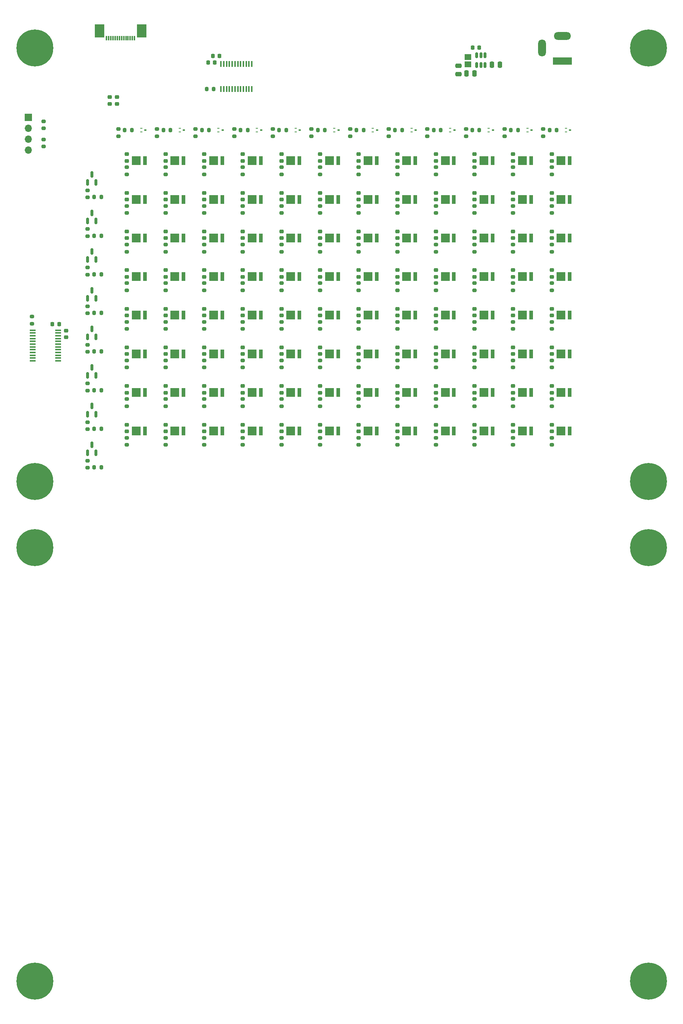
<source format=gts>
%TF.GenerationSoftware,KiCad,Pcbnew,(6.0.5)*%
%TF.CreationDate,2022-11-15T17:21:09-05:00*%
%TF.ProjectId,OPSpec_v0.1.0-rounded,4f505370-6563-45f7-9630-2e312e302d72,rev?*%
%TF.SameCoordinates,Original*%
%TF.FileFunction,Soldermask,Top*%
%TF.FilePolarity,Negative*%
%FSLAX46Y46*%
G04 Gerber Fmt 4.6, Leading zero omitted, Abs format (unit mm)*
G04 Created by KiCad (PCBNEW (6.0.5)) date 2022-11-15 17:21:09*
%MOMM*%
%LPD*%
G01*
G04 APERTURE LIST*
G04 Aperture macros list*
%AMRoundRect*
0 Rectangle with rounded corners*
0 $1 Rounding radius*
0 $2 $3 $4 $5 $6 $7 $8 $9 X,Y pos of 4 corners*
0 Add a 4 corners polygon primitive as box body*
4,1,4,$2,$3,$4,$5,$6,$7,$8,$9,$2,$3,0*
0 Add four circle primitives for the rounded corners*
1,1,$1+$1,$2,$3*
1,1,$1+$1,$4,$5*
1,1,$1+$1,$6,$7*
1,1,$1+$1,$8,$9*
0 Add four rect primitives between the rounded corners*
20,1,$1+$1,$2,$3,$4,$5,0*
20,1,$1+$1,$4,$5,$6,$7,0*
20,1,$1+$1,$6,$7,$8,$9,0*
20,1,$1+$1,$8,$9,$2,$3,0*%
G04 Aperture macros list end*
%ADD10R,2.120000X2.100000*%
%ADD11R,0.920000X2.100000*%
%ADD12R,0.520000X0.270000*%
%ADD13R,0.520000X0.360000*%
%ADD14RoundRect,0.225000X0.250000X-0.225000X0.250000X0.225000X-0.250000X0.225000X-0.250000X-0.225000X0*%
%ADD15RoundRect,0.200000X-0.275000X0.200000X-0.275000X-0.200000X0.275000X-0.200000X0.275000X0.200000X0*%
%ADD16RoundRect,0.250000X0.250000X0.475000X-0.250000X0.475000X-0.250000X-0.475000X0.250000X-0.475000X0*%
%ADD17RoundRect,0.200000X0.200000X0.275000X-0.200000X0.275000X-0.200000X-0.275000X0.200000X-0.275000X0*%
%ADD18C,8.600000*%
%ADD19RoundRect,0.200000X0.275000X-0.200000X0.275000X0.200000X-0.275000X0.200000X-0.275000X-0.200000X0*%
%ADD20RoundRect,0.225000X0.225000X0.250000X-0.225000X0.250000X-0.225000X-0.250000X0.225000X-0.250000X0*%
%ADD21RoundRect,0.250000X-0.475000X0.250000X-0.475000X-0.250000X0.475000X-0.250000X0.475000X0.250000X0*%
%ADD22R,4.400000X1.800000*%
%ADD23O,4.000000X1.800000*%
%ADD24O,1.800000X4.000000*%
%ADD25R,1.475000X0.450000*%
%ADD26RoundRect,0.225000X-0.250000X0.225000X-0.250000X-0.225000X0.250000X-0.225000X0.250000X0.225000X0*%
%ADD27RoundRect,0.150000X0.150000X-0.587500X0.150000X0.587500X-0.150000X0.587500X-0.150000X-0.587500X0*%
%ADD28R,1.650000X1.450000*%
%ADD29RoundRect,0.225000X-0.225000X-0.250000X0.225000X-0.250000X0.225000X0.250000X-0.225000X0.250000X0*%
%ADD30R,0.300000X1.100000*%
%ADD31R,2.300000X3.100000*%
%ADD32RoundRect,0.150000X0.150000X-0.512500X0.150000X0.512500X-0.150000X0.512500X-0.150000X-0.512500X0*%
%ADD33R,1.700000X1.700000*%
%ADD34O,1.700000X1.700000*%
%ADD35R,0.450000X1.475000*%
G04 APERTURE END LIST*
D10*
X143275000Y-139040000D03*
D11*
X145295000Y-139040000D03*
D10*
X215275000Y-148040000D03*
D11*
X217295000Y-148040000D03*
D10*
X134275000Y-103040000D03*
D11*
X136295000Y-103040000D03*
D10*
X215275000Y-130040000D03*
D11*
X217295000Y-130040000D03*
D10*
X206275000Y-121040000D03*
D11*
X208295000Y-121040000D03*
D10*
X161275000Y-139040000D03*
D11*
X163295000Y-139040000D03*
D10*
X215275000Y-112040000D03*
D11*
X217295000Y-112040000D03*
D10*
X197275000Y-103040000D03*
D11*
X199295000Y-103040000D03*
D10*
X206275000Y-85040000D03*
D11*
X208295000Y-85040000D03*
D10*
X134275000Y-130040000D03*
D11*
X136295000Y-130040000D03*
D10*
X143275000Y-130040000D03*
D11*
X145295000Y-130040000D03*
D10*
X125275000Y-94040000D03*
D11*
X127295000Y-94040000D03*
D10*
X170275000Y-94040000D03*
D11*
X172295000Y-94040000D03*
D10*
X197275000Y-121040000D03*
D11*
X199295000Y-121040000D03*
D10*
X134275000Y-94040000D03*
D11*
X136295000Y-94040000D03*
D10*
X152275000Y-112040000D03*
D11*
X154295000Y-112040000D03*
D10*
X197275000Y-85040000D03*
D11*
X199295000Y-85040000D03*
D10*
X116275000Y-148040000D03*
D11*
X118295000Y-148040000D03*
D10*
X197275000Y-139040000D03*
D11*
X199295000Y-139040000D03*
D10*
X125275000Y-112040000D03*
D11*
X127295000Y-112040000D03*
D10*
X179275000Y-103040000D03*
D11*
X181295000Y-103040000D03*
D10*
X152275000Y-103040000D03*
D11*
X154295000Y-103040000D03*
D10*
X116275000Y-139040000D03*
D11*
X118295000Y-139040000D03*
D10*
X188275000Y-103040000D03*
D11*
X190295000Y-103040000D03*
D10*
X134275000Y-85040000D03*
D11*
X136295000Y-85040000D03*
D10*
X134275000Y-148040000D03*
D11*
X136295000Y-148040000D03*
D10*
X179275000Y-139040000D03*
D11*
X181295000Y-139040000D03*
D10*
X161275000Y-112040000D03*
D11*
X163295000Y-112040000D03*
D10*
X125275000Y-139040000D03*
D11*
X127295000Y-139040000D03*
D10*
X206275000Y-94040000D03*
D11*
X208295000Y-94040000D03*
D10*
X143275000Y-121040000D03*
D11*
X145295000Y-121040000D03*
D10*
X188275000Y-139040000D03*
D11*
X190295000Y-139040000D03*
D10*
X134275000Y-112040000D03*
D11*
X136295000Y-112040000D03*
D10*
X152275000Y-94040000D03*
D11*
X154295000Y-94040000D03*
D10*
X161275000Y-130040000D03*
D11*
X163295000Y-130040000D03*
D10*
X143275000Y-94040000D03*
D11*
X145295000Y-94040000D03*
D10*
X188275000Y-148040000D03*
D11*
X190295000Y-148040000D03*
D10*
X179275000Y-112040000D03*
D11*
X181295000Y-112040000D03*
D10*
X179275000Y-94040000D03*
D11*
X181295000Y-94040000D03*
D10*
X170275000Y-130040000D03*
D11*
X172295000Y-130040000D03*
D10*
X143275000Y-85040000D03*
D11*
X145295000Y-85040000D03*
D10*
X125275000Y-121040000D03*
D11*
X127295000Y-121040000D03*
D10*
X188275000Y-121040000D03*
D11*
X190295000Y-121040000D03*
D10*
X206275000Y-103040000D03*
D11*
X208295000Y-103040000D03*
D10*
X161275000Y-148040000D03*
D11*
X163295000Y-148040000D03*
D10*
X215275000Y-121040000D03*
D11*
X217295000Y-121040000D03*
D10*
X170275000Y-148040000D03*
D11*
X172295000Y-148040000D03*
D10*
X179275000Y-85040000D03*
D11*
X181295000Y-85040000D03*
D10*
X143275000Y-112040000D03*
D11*
X145295000Y-112040000D03*
D10*
X215275000Y-85040000D03*
D11*
X217295000Y-85040000D03*
D10*
X215275000Y-94040000D03*
D11*
X217295000Y-94040000D03*
D10*
X206275000Y-139040000D03*
D11*
X208295000Y-139040000D03*
D10*
X152275000Y-139040000D03*
D11*
X154295000Y-139040000D03*
D10*
X161275000Y-103040000D03*
D11*
X163295000Y-103040000D03*
D10*
X215275000Y-103040000D03*
D11*
X217295000Y-103040000D03*
D10*
X197275000Y-112040000D03*
D11*
X199295000Y-112040000D03*
D10*
X188275000Y-94040000D03*
D11*
X190295000Y-94040000D03*
D10*
X152275000Y-130040000D03*
D11*
X154295000Y-130040000D03*
D10*
X134275000Y-139040000D03*
D11*
X136295000Y-139040000D03*
D10*
X152275000Y-148040000D03*
D11*
X154295000Y-148040000D03*
D10*
X143275000Y-148040000D03*
D11*
X145295000Y-148040000D03*
D10*
X197275000Y-130040000D03*
D11*
X199295000Y-130040000D03*
D10*
X170275000Y-85040000D03*
D11*
X172295000Y-85040000D03*
D10*
X188275000Y-85040000D03*
D11*
X190295000Y-85040000D03*
D10*
X206275000Y-112040000D03*
D11*
X208295000Y-112040000D03*
D10*
X197275000Y-94040000D03*
D11*
X199295000Y-94040000D03*
D10*
X152275000Y-121040000D03*
D11*
X154295000Y-121040000D03*
D10*
X188275000Y-130040000D03*
D11*
X190295000Y-130040000D03*
D10*
X215275000Y-139040000D03*
D11*
X217295000Y-139040000D03*
D10*
X161275000Y-121040000D03*
D11*
X163295000Y-121040000D03*
D10*
X125275000Y-85040000D03*
D11*
X127295000Y-85040000D03*
D10*
X161275000Y-94040000D03*
D11*
X163295000Y-94040000D03*
D10*
X206275000Y-130040000D03*
D11*
X208295000Y-130040000D03*
D10*
X170275000Y-112040000D03*
D11*
X172295000Y-112040000D03*
D10*
X179275000Y-121040000D03*
D11*
X181295000Y-121040000D03*
D10*
X179275000Y-130040000D03*
D11*
X181295000Y-130040000D03*
D10*
X143275000Y-103040000D03*
D11*
X145295000Y-103040000D03*
D10*
X125275000Y-103040000D03*
D11*
X127295000Y-103040000D03*
D10*
X116275000Y-103040000D03*
D11*
X118295000Y-103040000D03*
D10*
X170275000Y-139040000D03*
D11*
X172295000Y-139040000D03*
D10*
X197275000Y-148040000D03*
D11*
X199295000Y-148040000D03*
D10*
X125275000Y-148040000D03*
D11*
X127295000Y-148040000D03*
D10*
X152275000Y-85040000D03*
D11*
X154295000Y-85040000D03*
D10*
X116275000Y-112040000D03*
D11*
X118295000Y-112040000D03*
D10*
X116275000Y-85040000D03*
D11*
X118295000Y-85040000D03*
D10*
X134275000Y-121040000D03*
D11*
X136295000Y-121040000D03*
D10*
X161275000Y-85040000D03*
D11*
X163295000Y-85040000D03*
D10*
X170275000Y-103040000D03*
D11*
X172295000Y-103040000D03*
D10*
X170275000Y-121040000D03*
D11*
X172295000Y-121040000D03*
D10*
X206275000Y-148040000D03*
D11*
X208295000Y-148040000D03*
D10*
X116275000Y-94040000D03*
D11*
X118295000Y-94040000D03*
D10*
X116275000Y-130040000D03*
D11*
X118295000Y-130040000D03*
D10*
X125275000Y-130040000D03*
D11*
X127295000Y-130040000D03*
D10*
X188275000Y-112040000D03*
D11*
X190295000Y-112040000D03*
D10*
X179275000Y-148040000D03*
D11*
X181295000Y-148040000D03*
D10*
X116275000Y-121040000D03*
D11*
X118295000Y-121040000D03*
D12*
X207410000Y-77489484D03*
X207410000Y-78289484D03*
D13*
X208390000Y-77889484D03*
D12*
X171410000Y-77489484D03*
X171410000Y-78289484D03*
D13*
X172390000Y-77889484D03*
D12*
X117410000Y-77489484D03*
X117410000Y-78289484D03*
D13*
X118390000Y-77889484D03*
D12*
X180410000Y-77489484D03*
X180410000Y-78289484D03*
D13*
X181390000Y-77889484D03*
D12*
X216410000Y-77489484D03*
X216410000Y-78289484D03*
D13*
X217390000Y-77889484D03*
D12*
X189410000Y-77489484D03*
X189410000Y-78289484D03*
D13*
X190390000Y-77889484D03*
D12*
X162410000Y-77489484D03*
X162410000Y-78289484D03*
D13*
X163390000Y-77889484D03*
D12*
X126410000Y-77489484D03*
X126410000Y-78289484D03*
D13*
X127390000Y-77889484D03*
D12*
X135410000Y-77489484D03*
X135410000Y-78289484D03*
D13*
X136390000Y-77889484D03*
D12*
X198410000Y-77489484D03*
X198410000Y-78289484D03*
D13*
X199390000Y-77889484D03*
D12*
X144410000Y-77489484D03*
X144410000Y-78289484D03*
D13*
X145390000Y-77889484D03*
D12*
X153410000Y-77489484D03*
X153410000Y-78289484D03*
D13*
X154390000Y-77889484D03*
D14*
X177100000Y-112075000D03*
X177100000Y-110525000D03*
D15*
X123100000Y-104575000D03*
X123100000Y-106225000D03*
D14*
X141100000Y-130075000D03*
X141100000Y-128525000D03*
X177100000Y-121075000D03*
X177100000Y-119525000D03*
X150100000Y-121075000D03*
X150100000Y-119525000D03*
X114100000Y-130075000D03*
X114100000Y-128525000D03*
D15*
X123100000Y-86575000D03*
X123100000Y-88225000D03*
D16*
X201025000Y-62700000D03*
X199125000Y-62700000D03*
D14*
X141100000Y-148075000D03*
X141100000Y-146525000D03*
X195100000Y-112075000D03*
X195100000Y-110525000D03*
X213100000Y-112075000D03*
X213100000Y-110525000D03*
X123100000Y-85075000D03*
X123100000Y-83525000D03*
D15*
X132100000Y-86575000D03*
X132100000Y-88225000D03*
X150100000Y-86575000D03*
X150100000Y-88225000D03*
D17*
X134325000Y-68300000D03*
X132675000Y-68300000D03*
D15*
X213100000Y-104575000D03*
X213100000Y-106225000D03*
X195100000Y-104575000D03*
X195100000Y-106225000D03*
D17*
X108125000Y-138500000D03*
X106475000Y-138500000D03*
D15*
X195100000Y-113575000D03*
X195100000Y-115225000D03*
X204100000Y-86575000D03*
X204100000Y-88225000D03*
D14*
X150100000Y-148075000D03*
X150100000Y-146525000D03*
D15*
X204100000Y-140575000D03*
X204100000Y-142225000D03*
D14*
X114100000Y-139075000D03*
X114100000Y-137525000D03*
D17*
X205225000Y-77889484D03*
X203575000Y-77889484D03*
D14*
X159100000Y-121075000D03*
X159100000Y-119525000D03*
D18*
X92600000Y-58800000D03*
D15*
X159100000Y-104575000D03*
X159100000Y-106225000D03*
D14*
X204100000Y-130075000D03*
X204100000Y-128525000D03*
D15*
X177100000Y-95575000D03*
X177100000Y-97225000D03*
X114100000Y-113575000D03*
X114100000Y-115225000D03*
D14*
X213100000Y-85075000D03*
X213100000Y-83525000D03*
D19*
X166100000Y-79325000D03*
X166100000Y-77675000D03*
D14*
X132100000Y-148075000D03*
X132100000Y-146525000D03*
X186100000Y-85075000D03*
X186100000Y-83525000D03*
D19*
X202100000Y-79325000D03*
X202100000Y-77675000D03*
D15*
X123100000Y-113575000D03*
X123100000Y-115225000D03*
X104937500Y-109937500D03*
X104937500Y-111587500D03*
X150100000Y-131575000D03*
X150100000Y-133225000D03*
X132100000Y-149575000D03*
X132100000Y-151225000D03*
X132100000Y-95575000D03*
X132100000Y-97225000D03*
D14*
X213100000Y-139075000D03*
X213100000Y-137525000D03*
X141100000Y-85075000D03*
X141100000Y-83525000D03*
X114100000Y-94075000D03*
X114100000Y-92525000D03*
D15*
X168100000Y-149575000D03*
X168100000Y-151225000D03*
D14*
X159100000Y-85075000D03*
X159100000Y-83525000D03*
D20*
X196175000Y-58700000D03*
X194625000Y-58700000D03*
D15*
X168100000Y-113575000D03*
X168100000Y-115225000D03*
D14*
X168100000Y-148075000D03*
X168100000Y-146525000D03*
D19*
X211100000Y-79325000D03*
X211100000Y-77675000D03*
D14*
X159100000Y-94075000D03*
X159100000Y-92525000D03*
D15*
X150100000Y-113575000D03*
X150100000Y-115225000D03*
D21*
X191375000Y-62950000D03*
X191375000Y-64850000D03*
D15*
X132100000Y-113575000D03*
X132100000Y-115225000D03*
D22*
X215600000Y-61800000D03*
D23*
X215600000Y-56000000D03*
D24*
X210800000Y-58800000D03*
D15*
X150100000Y-149575000D03*
X150100000Y-151225000D03*
D17*
X187225000Y-77889484D03*
X185575000Y-77889484D03*
D15*
X150100000Y-140575000D03*
X150100000Y-142225000D03*
D14*
X141100000Y-94075000D03*
X141100000Y-92525000D03*
X177100000Y-148075000D03*
X177100000Y-146525000D03*
D15*
X159100000Y-95575000D03*
X159100000Y-97225000D03*
D17*
X169225000Y-77889484D03*
X167575000Y-77889484D03*
D20*
X134575000Y-62175000D03*
X133025000Y-62175000D03*
D14*
X150100000Y-94075000D03*
X150100000Y-92525000D03*
D15*
X186100000Y-140575000D03*
X186100000Y-142225000D03*
D25*
X92162000Y-124525000D03*
X92162000Y-125175000D03*
X92162000Y-125825000D03*
X92162000Y-126475000D03*
X92162000Y-127125000D03*
X92162000Y-127775000D03*
X92162000Y-128425000D03*
X92162000Y-129075000D03*
X92162000Y-129725000D03*
X92162000Y-130375000D03*
X92162000Y-131025000D03*
X92162000Y-131675000D03*
X98038000Y-131675000D03*
X98038000Y-131025000D03*
X98038000Y-130375000D03*
X98038000Y-129725000D03*
X98038000Y-129075000D03*
X98038000Y-128425000D03*
X98038000Y-127775000D03*
X98038000Y-127125000D03*
X98038000Y-126475000D03*
X98038000Y-125825000D03*
X98038000Y-125175000D03*
X98038000Y-124525000D03*
D20*
X98275000Y-123100000D03*
X96725000Y-123100000D03*
D17*
X108125000Y-93500000D03*
X106475000Y-93500000D03*
D15*
X204100000Y-131575000D03*
X204100000Y-133225000D03*
X141100000Y-104575000D03*
X141100000Y-106225000D03*
X123100000Y-95575000D03*
X123100000Y-97225000D03*
X104937500Y-145937500D03*
X104937500Y-147587500D03*
X159100000Y-86575000D03*
X159100000Y-88225000D03*
X177100000Y-104575000D03*
X177100000Y-106225000D03*
X177100000Y-149575000D03*
X177100000Y-151225000D03*
D17*
X178225000Y-77889484D03*
X176575000Y-77889484D03*
D14*
X159100000Y-148075000D03*
X159100000Y-146525000D03*
D19*
X121100000Y-79325000D03*
X121100000Y-77675000D03*
D15*
X213100000Y-113575000D03*
X213100000Y-115225000D03*
D26*
X111800000Y-70225000D03*
X111800000Y-71775000D03*
D19*
X139100000Y-79325000D03*
X139100000Y-77675000D03*
X148100000Y-79325000D03*
X148100000Y-77675000D03*
D14*
X141100000Y-121075000D03*
X141100000Y-119525000D03*
D15*
X213100000Y-122575000D03*
X213100000Y-124225000D03*
D14*
X159100000Y-139075000D03*
X159100000Y-137525000D03*
X204100000Y-121075000D03*
X204100000Y-119525000D03*
D15*
X123100000Y-140575000D03*
X123100000Y-142225000D03*
D14*
X123100000Y-139075000D03*
X123100000Y-137525000D03*
D15*
X159100000Y-140575000D03*
X159100000Y-142225000D03*
X150100000Y-95575000D03*
X150100000Y-97225000D03*
D14*
X132100000Y-103075000D03*
X132100000Y-101525000D03*
X159100000Y-130075000D03*
X159100000Y-128525000D03*
D15*
X186100000Y-95575000D03*
X186100000Y-97225000D03*
D14*
X213100000Y-94075000D03*
X213100000Y-92525000D03*
D15*
X114100000Y-122575000D03*
X114100000Y-124225000D03*
D14*
X123100000Y-103075000D03*
X123100000Y-101525000D03*
X123100000Y-121075000D03*
X123100000Y-119525000D03*
D15*
X213100000Y-140575000D03*
X213100000Y-142225000D03*
D17*
X151225000Y-77889484D03*
X149575000Y-77889484D03*
D14*
X141100000Y-139075000D03*
X141100000Y-137525000D03*
X177100000Y-94075000D03*
X177100000Y-92525000D03*
D15*
X168100000Y-104575000D03*
X168100000Y-106225000D03*
X123100000Y-131575000D03*
X123100000Y-133225000D03*
X114100000Y-149575000D03*
X114100000Y-151225000D03*
D14*
X186100000Y-121075000D03*
X186100000Y-119525000D03*
D27*
X104950000Y-99075000D03*
X106850000Y-99075000D03*
X105900000Y-97200000D03*
D18*
X235600000Y-58800000D03*
D17*
X108125000Y-111500000D03*
X106475000Y-111500000D03*
D15*
X114100000Y-131575000D03*
X114100000Y-133225000D03*
D28*
X193575000Y-60900000D03*
X193575000Y-62600000D03*
D14*
X186100000Y-112075000D03*
X186100000Y-110525000D03*
D17*
X214225000Y-77889484D03*
X212575000Y-77889484D03*
D14*
X150100000Y-112075000D03*
X150100000Y-110525000D03*
X141100000Y-103075000D03*
X141100000Y-101525000D03*
D15*
X104937500Y-136937500D03*
X104937500Y-138587500D03*
D14*
X213100000Y-148075000D03*
X213100000Y-146525000D03*
D15*
X195100000Y-122575000D03*
X195100000Y-124225000D03*
D14*
X150100000Y-85075000D03*
X150100000Y-83525000D03*
X123100000Y-112075000D03*
X123100000Y-110525000D03*
D15*
X186100000Y-113575000D03*
X186100000Y-115225000D03*
X141100000Y-86575000D03*
X141100000Y-88225000D03*
D19*
X157100000Y-79325000D03*
X157100000Y-77675000D03*
X193100000Y-79325000D03*
X193100000Y-77675000D03*
D15*
X168100000Y-95575000D03*
X168100000Y-97225000D03*
X213100000Y-95575000D03*
X213100000Y-97225000D03*
X186100000Y-149575000D03*
X186100000Y-151225000D03*
X195100000Y-86575000D03*
X195100000Y-88225000D03*
X204100000Y-122575000D03*
X204100000Y-124225000D03*
D27*
X104950000Y-135075000D03*
X106850000Y-135075000D03*
X105900000Y-133200000D03*
D17*
X108125000Y-102500000D03*
X106475000Y-102500000D03*
D15*
X123100000Y-149575000D03*
X123100000Y-151225000D03*
D14*
X150100000Y-103075000D03*
X150100000Y-101525000D03*
D17*
X133225000Y-77889484D03*
X131575000Y-77889484D03*
D15*
X123100000Y-122575000D03*
X123100000Y-124225000D03*
X213100000Y-149575000D03*
X213100000Y-151225000D03*
D19*
X92000000Y-123025000D03*
X92000000Y-121375000D03*
D15*
X104937500Y-100937500D03*
X104937500Y-102587500D03*
D14*
X195100000Y-121075000D03*
X195100000Y-119525000D03*
D15*
X104937500Y-127937500D03*
X104937500Y-129587500D03*
D14*
X132100000Y-130075000D03*
X132100000Y-128525000D03*
D19*
X94700000Y-77500000D03*
X94700000Y-75850000D03*
D14*
X186100000Y-130075000D03*
X186100000Y-128525000D03*
X204100000Y-85075000D03*
X204100000Y-83525000D03*
D18*
X92600000Y-159800000D03*
D27*
X104950000Y-108075000D03*
X106850000Y-108075000D03*
X105900000Y-106200000D03*
D14*
X132100000Y-94075000D03*
X132100000Y-92525000D03*
D17*
X124225000Y-77889484D03*
X122575000Y-77889484D03*
D15*
X204100000Y-104575000D03*
X204100000Y-106225000D03*
D27*
X104950000Y-117075000D03*
X106850000Y-117075000D03*
X105900000Y-115200000D03*
D15*
X94700000Y-80075000D03*
X94700000Y-81725000D03*
D27*
X104950000Y-153075000D03*
X106850000Y-153075000D03*
X105900000Y-151200000D03*
D17*
X115225000Y-77889484D03*
X113575000Y-77889484D03*
X108125000Y-147500000D03*
X106475000Y-147500000D03*
D14*
X186100000Y-148075000D03*
X186100000Y-146525000D03*
D16*
X195125000Y-64700000D03*
X193225000Y-64700000D03*
D15*
X104937500Y-118937500D03*
X104937500Y-120587500D03*
X159100000Y-149575000D03*
X159100000Y-151225000D03*
D14*
X195100000Y-139075000D03*
X195100000Y-137525000D03*
D19*
X175100000Y-79325000D03*
X175100000Y-77675000D03*
D14*
X204100000Y-103075000D03*
X204100000Y-101525000D03*
D19*
X112100000Y-79325000D03*
X112100000Y-77675000D03*
D15*
X159100000Y-113575000D03*
X159100000Y-115225000D03*
D14*
X186100000Y-94075000D03*
X186100000Y-92525000D03*
X168100000Y-103075000D03*
X168100000Y-101525000D03*
D15*
X159100000Y-131575000D03*
X159100000Y-133225000D03*
D17*
X160225000Y-77889484D03*
X158575000Y-77889484D03*
D15*
X213100000Y-131575000D03*
X213100000Y-133225000D03*
X195100000Y-131575000D03*
X195100000Y-133225000D03*
X150100000Y-122575000D03*
X150100000Y-124225000D03*
X204100000Y-113575000D03*
X204100000Y-115225000D03*
X114100000Y-95575000D03*
X114100000Y-97225000D03*
X186100000Y-86575000D03*
X186100000Y-88225000D03*
X141100000Y-131575000D03*
X141100000Y-133225000D03*
D14*
X168100000Y-139075000D03*
X168100000Y-137525000D03*
D15*
X114100000Y-104575000D03*
X114100000Y-106225000D03*
D14*
X114100000Y-85075000D03*
X114100000Y-83525000D03*
X159100000Y-103075000D03*
X159100000Y-101525000D03*
X177100000Y-85075000D03*
X177100000Y-83525000D03*
D15*
X195100000Y-95575000D03*
X195100000Y-97225000D03*
X168100000Y-131575000D03*
X168100000Y-133225000D03*
D14*
X177100000Y-130075000D03*
X177100000Y-128525000D03*
X213100000Y-130075000D03*
X213100000Y-128525000D03*
X114100000Y-103075000D03*
X114100000Y-101525000D03*
X186100000Y-139075000D03*
X186100000Y-137525000D03*
D15*
X177100000Y-140575000D03*
X177100000Y-142225000D03*
X168100000Y-122575000D03*
X168100000Y-124225000D03*
D14*
X132100000Y-139075000D03*
X132100000Y-137525000D03*
D15*
X204100000Y-95575000D03*
X204100000Y-97225000D03*
D14*
X168100000Y-121075000D03*
X168100000Y-119525000D03*
D17*
X196225000Y-77889484D03*
X194575000Y-77889484D03*
D15*
X132100000Y-122575000D03*
X132100000Y-124225000D03*
X186100000Y-122575000D03*
X186100000Y-124225000D03*
D14*
X132100000Y-112075000D03*
X132100000Y-110525000D03*
D15*
X159100000Y-122575000D03*
X159100000Y-124225000D03*
X141100000Y-122575000D03*
X141100000Y-124225000D03*
D14*
X150100000Y-130075000D03*
X150100000Y-128525000D03*
X150100000Y-139075000D03*
X150100000Y-137525000D03*
X141100000Y-112075000D03*
X141100000Y-110525000D03*
D15*
X186100000Y-104575000D03*
X186100000Y-106225000D03*
D14*
X213100000Y-121075000D03*
X213100000Y-119525000D03*
X114100000Y-112075000D03*
X114100000Y-110525000D03*
D15*
X186100000Y-131575000D03*
X186100000Y-133225000D03*
D17*
X108125000Y-156500000D03*
X106475000Y-156500000D03*
D15*
X177100000Y-113575000D03*
X177100000Y-115225000D03*
D14*
X114100000Y-121075000D03*
X114100000Y-119525000D03*
D15*
X141100000Y-95575000D03*
X141100000Y-97225000D03*
D14*
X186100000Y-103075000D03*
X186100000Y-101525000D03*
X168100000Y-130075000D03*
X168100000Y-128525000D03*
D15*
X204100000Y-149575000D03*
X204100000Y-151225000D03*
D14*
X195100000Y-94075000D03*
X195100000Y-92525000D03*
X204100000Y-139075000D03*
X204100000Y-137525000D03*
X204100000Y-148075000D03*
X204100000Y-146525000D03*
X195100000Y-148075000D03*
X195100000Y-146525000D03*
X177100000Y-103075000D03*
X177100000Y-101525000D03*
X132100000Y-85075000D03*
X132100000Y-83525000D03*
D17*
X142225000Y-77889484D03*
X140575000Y-77889484D03*
D14*
X159100000Y-112075000D03*
X159100000Y-110525000D03*
D29*
X134125000Y-60600000D03*
X135675000Y-60600000D03*
D14*
X204100000Y-112075000D03*
X204100000Y-110525000D03*
X114100000Y-148075000D03*
X114100000Y-146525000D03*
D15*
X114100000Y-86575000D03*
X114100000Y-88225000D03*
D14*
X123100000Y-94075000D03*
X123100000Y-92525000D03*
D15*
X132100000Y-104575000D03*
X132100000Y-106225000D03*
D30*
X115850000Y-56475000D03*
X115350000Y-56475000D03*
X114850000Y-56475000D03*
X114350000Y-56475000D03*
X113850000Y-56475000D03*
X113350000Y-56475000D03*
X112850000Y-56475000D03*
X112350000Y-56475000D03*
X111850000Y-56475000D03*
X111350000Y-56475000D03*
X110850000Y-56475000D03*
X110350000Y-56475000D03*
X109850000Y-56475000D03*
X109350000Y-56475000D03*
D31*
X117520000Y-54775000D03*
X107680000Y-54775000D03*
D17*
X108125000Y-129500000D03*
X106475000Y-129500000D03*
D32*
X195625000Y-62737500D03*
X196575000Y-62737500D03*
X197525000Y-62737500D03*
X197525000Y-60462500D03*
X196575000Y-60462500D03*
X195625000Y-60462500D03*
D15*
X141100000Y-140575000D03*
X141100000Y-142225000D03*
D14*
X195100000Y-103075000D03*
X195100000Y-101525000D03*
D27*
X104950000Y-90075000D03*
X106850000Y-90075000D03*
X105900000Y-88200000D03*
D14*
X213100000Y-103075000D03*
X213100000Y-101525000D03*
D15*
X195100000Y-140575000D03*
X195100000Y-142225000D03*
D14*
X195100000Y-85075000D03*
X195100000Y-83525000D03*
X177100000Y-139075000D03*
X177100000Y-137525000D03*
X110100000Y-71775000D03*
X110100000Y-70225000D03*
D15*
X150100000Y-104575000D03*
X150100000Y-106225000D03*
X114100000Y-140575000D03*
X114100000Y-142225000D03*
D33*
X91100000Y-74980000D03*
D34*
X91100000Y-77520000D03*
X91100000Y-80060000D03*
X91100000Y-82600000D03*
D14*
X168100000Y-85075000D03*
X168100000Y-83525000D03*
D15*
X213100000Y-86575000D03*
X213100000Y-88225000D03*
X104937500Y-154937500D03*
X104937500Y-156587500D03*
D14*
X123100000Y-148075000D03*
X123100000Y-146525000D03*
X123100000Y-130075000D03*
X123100000Y-128525000D03*
D15*
X168100000Y-140575000D03*
X168100000Y-142225000D03*
D19*
X184100000Y-79325000D03*
X184100000Y-77675000D03*
D15*
X141100000Y-113575000D03*
X141100000Y-115225000D03*
D35*
X136025000Y-68338000D03*
X136675000Y-68338000D03*
X137325000Y-68338000D03*
X137975000Y-68338000D03*
X138625000Y-68338000D03*
X139275000Y-68338000D03*
X139925000Y-68338000D03*
X140575000Y-68338000D03*
X141225000Y-68338000D03*
X141875000Y-68338000D03*
X142525000Y-68338000D03*
X143175000Y-68338000D03*
X143175000Y-62462000D03*
X142525000Y-62462000D03*
X141875000Y-62462000D03*
X141225000Y-62462000D03*
X140575000Y-62462000D03*
X139925000Y-62462000D03*
X139275000Y-62462000D03*
X138625000Y-62462000D03*
X137975000Y-62462000D03*
X137325000Y-62462000D03*
X136675000Y-62462000D03*
X136025000Y-62462000D03*
D15*
X177100000Y-86575000D03*
X177100000Y-88225000D03*
D27*
X104950000Y-144075000D03*
X106850000Y-144075000D03*
X105900000Y-142200000D03*
D14*
X99900000Y-126150000D03*
X99900000Y-124600000D03*
X132100000Y-121075000D03*
X132100000Y-119525000D03*
D15*
X132100000Y-131575000D03*
X132100000Y-133225000D03*
D14*
X168100000Y-112075000D03*
X168100000Y-110525000D03*
D15*
X132100000Y-140575000D03*
X132100000Y-142225000D03*
D19*
X130100000Y-79325000D03*
X130100000Y-77675000D03*
D14*
X195100000Y-130075000D03*
X195100000Y-128525000D03*
D15*
X141100000Y-149575000D03*
X141100000Y-151225000D03*
X195100000Y-149575000D03*
X195100000Y-151225000D03*
D14*
X204100000Y-94075000D03*
X204100000Y-92525000D03*
D17*
X108125000Y-120500000D03*
X106475000Y-120500000D03*
D14*
X168100000Y-94075000D03*
X168100000Y-92525000D03*
D27*
X104950000Y-126075000D03*
X106850000Y-126075000D03*
X105900000Y-124200000D03*
D15*
X168100000Y-86575000D03*
X168100000Y-88225000D03*
X104937500Y-91937500D03*
X104937500Y-93587500D03*
X177100000Y-131575000D03*
X177100000Y-133225000D03*
X177100000Y-122575000D03*
X177100000Y-124225000D03*
D18*
X235600000Y-159800000D03*
X92600000Y-175200000D03*
X235600000Y-175200000D03*
X92600000Y-276200000D03*
X235600000Y-276200000D03*
M02*

</source>
